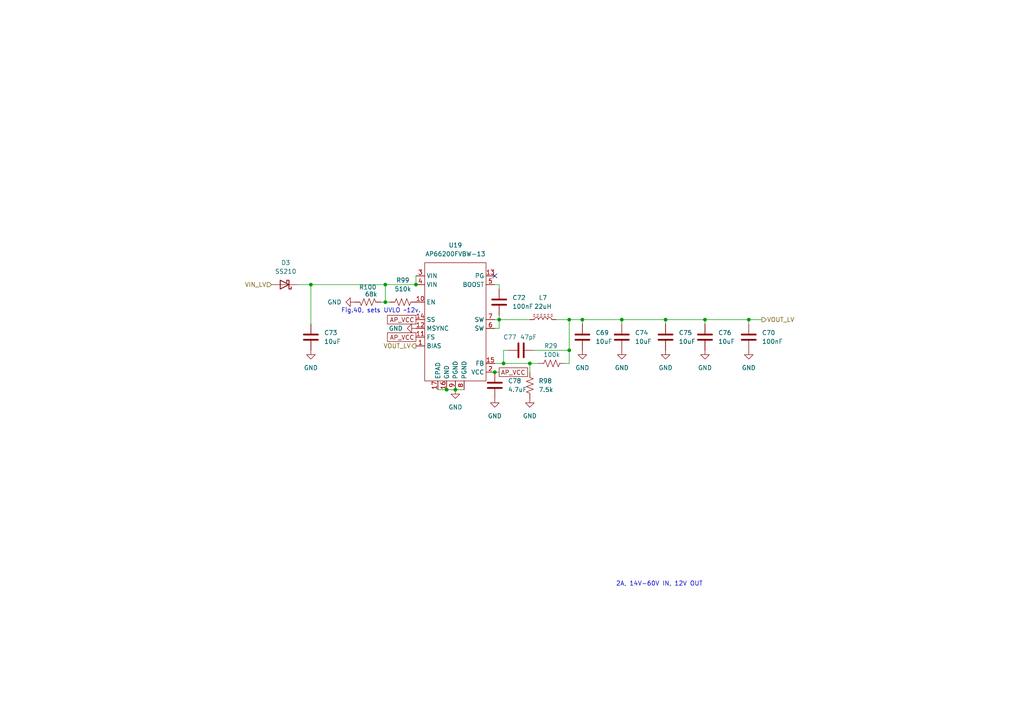
<source format=kicad_sch>
(kicad_sch (version 20231120) (generator "eeschema") (generator_version "8.0")
  (paper "A4")
  (lib_symbols
    (symbol "Device:C" (pin_numbers hide) (pin_names (offset 0.254))
      (property "Reference" "C" (at 0.635 2.54 0))
      (property "Value" "C" (at 0.635 -2.54 0))
      (symbol "C_0_1"
        (polyline (pts (xy -2.032 -0.762) (xy 2.032 -0.762)) (stroke (width 0.508)))
        (polyline (pts (xy -2.032 0.762) (xy 2.032 0.762)) (stroke (width 0.508)))
      )
      (symbol "C_1_1"
        (pin passive line (at 0 3.81 270) (length 2.794) (name "~") (number "1"))
        (pin passive line (at 0 -3.81 90) (length 2.794) (name "~") (number "2"))
      )
    )
    (symbol "Device:D_Schottky" (pin_numbers hide) (pin_names (offset 1.016) hide)
      (property "Reference" "D" (at 0 2.54 0))
      (property "Value" "D_Schottky" (at 0 -2.54 0))
      (symbol "D_Schottky_0_1"
        (polyline (pts (xy 1.27 0) (xy -1.27 0)))
        (polyline (pts (xy 1.27 1.27) (xy 1.27 -1.27) (xy -1.27 0) (xy 1.27 1.27)) (stroke (width 0.254)))
        (polyline (pts (xy -1.905 0.635) (xy -1.905 1.27) (xy -1.27 1.27) (xy -1.27 -1.27) (xy -0.635 -1.27) (xy -0.635 -0.635)) (stroke (width 0.254)))
      )
      (symbol "D_Schottky_1_1"
        (pin passive line (at -3.81 0 0) (length 2.54) (name "K") (number "1"))
        (pin passive line (at 3.81 0 180) (length 2.54) (name "A") (number "2"))
      )
    )
    (symbol "Device:L_Ferrite" (pin_numbers hide) (pin_names (offset 1.016) hide)
      (property "Reference" "L" (at -1.27 0 90))
      (property "Value" "L_Ferrite" (at 2.794 0 90))
      (symbol "L_Ferrite_0_1"
        (arc (start 0 -2.54) (mid 0.6323 -1.905) (end 0 -1.27))
        (arc (start 0 -1.27) (mid 0.6323 -0.635) (end 0 0))
        (polyline (pts (xy 1.016 -2.794) (xy 1.016 -2.286)))
        (polyline (pts (xy 1.016 -1.778) (xy 1.016 -1.27)))
        (polyline (pts (xy 1.016 -0.762) (xy 1.016 -0.254)))
        (polyline (pts (xy 1.016 0.254) (xy 1.016 0.762)))
        (polyline (pts (xy 1.016 1.27) (xy 1.016 1.778)))
        (polyline (pts (xy 1.016 2.286) (xy 1.016 2.794)))
        (polyline (pts (xy 1.524 -2.286) (xy 1.524 -2.794)))
        (polyline (pts (xy 1.524 -1.27) (xy 1.524 -1.778)))
        (polyline (pts (xy 1.524 -0.254) (xy 1.524 -0.762)))
        (polyline (pts (xy 1.524 0.762) (xy 1.524 0.254)))
        (polyline (pts (xy 1.524 1.778) (xy 1.524 1.27)))
        (polyline (pts (xy 1.524 2.794) (xy 1.524 2.286)))
        (arc (start 0 0) (mid 0.6323 0.635) (end 0 1.27))
        (arc (start 0 1.27) (mid 0.6323 1.905) (end 0 2.54))
      )
      (symbol "L_Ferrite_1_1"
        (pin passive line (at 0 3.81 270) (length 1.27) (name "1") (number "1"))
        (pin passive line (at 0 -3.81 90) (length 1.27) (name "2") (number "2"))
      )
    )
    (symbol "Device:R_US" (pin_numbers hide) (pin_names (offset 0))
      (property "Reference" "R" (at 2.54 0 90))
      (property "Value" "R_US" (at -2.54 0 90))
      (symbol "R_US_0_1"
        (polyline (pts (xy 0 -2.286) (xy 0 -2.54)))
        (polyline (pts (xy 0 2.286) (xy 0 2.54)))
        (polyline (pts (xy 0 -0.762) (xy 1.016 -1.143) (xy 0 -1.524) (xy -1.016 -1.905) (xy 0 -2.286)))
        (polyline (pts (xy 0 0.762) (xy 1.016 0.381) (xy 0 0) (xy -1.016 -0.381) (xy 0 -0.762)))
        (polyline (pts (xy 0 2.286) (xy 1.016 1.905) (xy 0 1.524) (xy -1.016 1.143) (xy 0 0.762)))
      )
      (symbol "R_US_1_1"
        (pin passive line (at 0 3.81 270) (length 1.27) (name "~") (number "1"))
        (pin passive line (at 0 -3.81 90) (length 1.27) (name "~") (number "2"))
      )
    )
    (symbol "ap66200:AP66200FVBW"
      (property "Reference" "U?" (at -7.62 17.78 0))
      (property "Value" "AP66200FVBW-13" (at 4.318 17.526 0))
      (symbol "AP66200FVBW_0_1"
        (rectangle (start -8.89 16.51) (end 8.89 -17.78))
      )
      (symbol "AP66200FVBW_1_1"
        (pin power_in line (at -11.43 -7.62 0) (length 2.54) (name "BIAS") (number "1"))
        (pin input line (at -11.43 5.08 0) (length 2.54) (name "EN") (number "10"))
        (pin input line (at -11.43 -5.08 0) (length 2.54) (name "FS") (number "11"))
        (pin input line (at -11.43 -2.54 0) (length 2.54) (name "MSYNC") (number "12"))
        (pin open_collector line (at 11.43 12.7 180) (length 2.54) (name "PG") (number "13"))
        (pin passive line (at -11.43 0 0) (length 2.54) (name "SS") (number "14"))
        (pin input line (at 11.43 -12.7 180) (length 2.54) (name "FB") (number "15"))
        (pin passive line (at -2.54 -20.32 90) (length 2.54) (name "GND") (number "16"))
        (pin passive line (at -5.08 -20.32 90) (length 2.54) (name "EPAD") (number "17"))
        (pin power_in line (at 11.43 -15.24 180) (length 2.54) (name "VCC") (number "2"))
        (pin power_in line (at -11.43 12.7 0) (length 2.54) (name "VIN") (number "3"))
        (pin power_in line (at -11.43 10.16 0) (length 2.54) (name "VIN") (number "4"))
        (pin power_out line (at 11.43 10.16 180) (length 2.54) (name "BOOST") (number "5"))
        (pin output line (at 11.43 -2.54 180) (length 2.54) (name "SW") (number "6"))
        (pin output line (at 11.43 0 180) (length 2.54) (name "SW") (number "7"))
        (pin passive line (at 2.54 -20.32 90) (length 2.54) (name "PGND") (number "8"))
        (pin passive line (at 0 -20.32 90) (length 2.54) (name "PGND") (number "9"))
      )
    )
    (symbol "power:GND" (power) (pin_names (offset 0))
      (property "Value" "GND" (at 0 -3.81 0))
      (symbol "GND_0_1"
        (polyline (pts (xy 0 0) (xy 0 -1.27) (xy 1.27 -1.27) (xy 0 -2.54) (xy -1.27 -1.27) (xy 0 -1.27)))
      )
      (symbol "GND_1_1"
        (pin power_in line (at 0 0 270) (length 0) hide (name "GND") (number "1"))
      )
    )
  )
  (junction (at 217.17 92.71))
  (junction (at 120.65 82.55))
  (junction (at 193.04 92.71))
  (junction (at 165.1 101.6))
  (junction (at 146.05 105.41))
  (junction (at 153.67 105.41))
  (junction (at 180.34 92.71))
  (junction (at 111.76 87.63))
  (junction (at 111.76 82.55))
  (junction (at 204.47 92.71))
  (junction (at 132.08 113.03))
  (junction (at 129.54 113.03))
  (junction (at 143.51 107.95))
  (junction (at 168.91 92.71))
  (junction (at 165.1 92.71))
  (junction (at 144.78 92.71))
  (junction (at 90.17 82.55))
  (no_connect (at 143.51 80.01))
  (wire (pts (xy 168.91 92.71) (xy 180.34 92.71)))
  (wire (pts (xy 111.76 87.63) (xy 113.03 87.63)))
  (wire (pts (xy 168.91 92.71) (xy 165.1 92.71)))
  (wire (pts (xy 144.78 91.44) (xy 144.78 92.71)))
  (wire (pts (xy 193.04 93.98) (xy 193.04 92.71)))
  (wire (pts (xy 120.65 80.01) (xy 120.65 82.55)))
  (wire (pts (xy 204.47 92.71) (xy 217.17 92.71)))
  (wire (pts (xy 161.29 92.71) (xy 165.1 92.71)))
  (wire (pts (xy 144.78 95.25) (xy 144.78 92.71)))
  (wire (pts (xy 153.67 105.41) (xy 156.21 105.41)))
  (wire (pts (xy 217.17 92.71) (xy 217.17 93.98)))
  (wire (pts (xy 143.51 105.41) (xy 146.05 105.41)))
  (wire (pts (xy 204.47 93.98) (xy 204.47 92.71)))
  (wire (pts (xy 110.49 87.63) (xy 111.76 87.63)))
  (wire (pts (xy 217.17 92.71) (xy 220.98 92.71)))
  (wire (pts (xy 127 113.03) (xy 129.54 113.03)))
  (wire (pts (xy 147.32 101.6) (xy 146.05 101.6)))
  (wire (pts (xy 144.78 92.71) (xy 153.67 92.71)))
  (wire (pts (xy 90.17 82.55) (xy 111.76 82.55)))
  (wire (pts (xy 143.51 95.25) (xy 144.78 95.25)))
  (wire (pts (xy 193.04 92.71) (xy 204.47 92.71)))
  (wire (pts (xy 144.78 82.55) (xy 143.51 82.55)))
  (wire (pts (xy 180.34 92.71) (xy 180.34 93.98)))
  (wire (pts (xy 90.17 82.55) (xy 90.17 93.98)))
  (wire (pts (xy 153.67 105.41) (xy 153.67 107.95)))
  (wire (pts (xy 120.65 82.55) (xy 111.76 82.55)))
  (wire (pts (xy 165.1 92.71) (xy 165.1 101.6)))
  (wire (pts (xy 168.91 93.98) (xy 168.91 92.71)))
  (wire (pts (xy 132.08 113.03) (xy 134.62 113.03)))
  (wire (pts (xy 111.76 82.55) (xy 111.76 87.63)))
  (wire (pts (xy 193.04 92.71) (xy 180.34 92.71)))
  (wire (pts (xy 129.54 113.03) (xy 132.08 113.03)))
  (wire (pts (xy 165.1 105.41) (xy 163.83 105.41)))
  (wire (pts (xy 144.78 92.71) (xy 143.51 92.71)))
  (wire (pts (xy 146.05 105.41) (xy 153.67 105.41)))
  (wire (pts (xy 146.05 101.6) (xy 146.05 105.41)))
  (wire (pts (xy 144.78 83.82) (xy 144.78 82.55)))
  (wire (pts (xy 86.36 82.55) (xy 90.17 82.55)))
  (wire (pts (xy 143.51 107.95) (xy 144.78 107.95)))
  (wire (pts (xy 154.94 101.6) (xy 165.1 101.6)))
  (wire (pts (xy 165.1 101.6) (xy 165.1 105.41)))
  (text "2A, 14V-60V IN, 12V OUT" (at 191.262 169.418 0) (effects (font (size 1.27 1.27))))
  (text "Fig.40, sets UVLO ~12v." (at 110.49 90.17 0) (effects (font (size 1.27 1.27))))
  (global_label "AP_VCC" (shape passive) (at 120.65 92.71 180) (property "Intersheetrefs" "${INTERSHEET_REFS}" (effects (hide yes))))
  (global_label "AP_VCC" (shape passive) (at 120.65 97.79 180) (property "Intersheetrefs" "${INTERSHEET_REFS}" (effects (hide yes))))
  (global_label "AP_VCC" (shape passive) (at 144.78 107.95 0) (property "Intersheetrefs" "${INTERSHEET_REFS}" (effects (hide yes))))
  (hierarchical_label "VOUT_LV" (shape output) (at 220.98 92.71 0))
  (hierarchical_label "VOUT_LV" (shape output) (at 120.65 100.33 180))
  (hierarchical_label "VIN_LV" (shape input) (at 78.74 82.55 180))
  (symbol (lib_id "Device:C") (at 193.04 97.79 0) (unit 1)
    (property "Reference" "C75" (at 196.85 96.5199 0) (effects (justify left)))
    (property "Value" "10uF" (at 196.85 99.0599 0) (effects (justify left)))
    (property "Footprint" "Capacitor_SMD:C_0603_1608Metric" (effects (hide yes)))
    (property "Description" "Unpolarized capacitor" (effects (hide yes)))
    (property "Digikey" "N/A" (effects (hide yes)))
    (property "LCSC" "C96446" (effects (hide yes)))
  )
  (symbol (lib_id "power:GND") (at 120.65 95.25 270) (unit 1)
    (property "Reference" "#PWR049" (effects (hide yes)))
    (property "Value" "GND" (at 116.84 95.2499 90) (effects (justify right)))
    (property "Description" "Power symbol creates a global label with name \"GND\" , ground" (effects (hide yes)))
  )
  (symbol (lib_id "Device:C") (at 204.47 97.79 0) (unit 1)
    (property "Reference" "C76" (at 208.28 96.5199 0) (effects (justify left)))
    (property "Value" "10uF" (at 208.28 99.0599 0) (effects (justify left)))
    (property "Footprint" "Capacitor_SMD:C_0603_1608Metric" (effects (hide yes)))
    (property "Description" "Unpolarized capacitor" (effects (hide yes)))
    (property "Digikey" "N/A" (effects (hide yes)))
    (property "LCSC" "C96446" (effects (hide yes)))
  )
  (symbol (lib_id "Device:R_US") (at 160.02 105.41 90) (unit 1)
    (property "Reference" "R29" (at 159.766 100.33 90))
    (property "Value" "100k" (at 160.02 102.87 90))
    (property "Footprint" "Resistor_SMD:R_0603_1608Metric" (effects (hide yes)))
    (property "Description" "Resistor, US symbol" (effects (hide yes)))
    (property "LCSC" "C25803" (effects (hide yes)))
    (property "Digikey" "N/A" (effects (hide yes)))
  )
  (symbol (lib_id "Device:D_Schottky") (at 82.55 82.55 180) (unit 1)
    (property "Reference" "D3" (at 82.8675 76.2 0))
    (property "Value" "SS210" (at 82.8675 78.74 0))
    (property "Footprint" "Diode_SMD:D_SMA" (effects (hide yes)))
    (property "Description" "Schottky diode" (effects (hide yes)))
    (property "LCSC" "C14996" (effects (hide yes)))
    (property "Digikey" "N/A" (effects (hide yes)))
  )
  (symbol (lib_id "Device:C") (at 180.34 97.79 0) (unit 1)
    (property "Reference" "C74" (at 184.15 96.5199 0) (effects (justify left)))
    (property "Value" "10uF" (at 184.15 99.0599 0) (effects (justify left)))
    (property "Footprint" "Capacitor_SMD:C_0603_1608Metric" (effects (hide yes)))
    (property "Description" "Unpolarized capacitor" (effects (hide yes)))
    (property "Digikey" "N/A" (effects (hide yes)))
    (property "LCSC" "C96446" (effects (hide yes)))
  )
  (symbol (lib_id "Device:C") (at 217.17 97.79 0) (unit 1)
    (property "Reference" "C70" (at 220.98 96.5199 0) (effects (justify left)))
    (property "Value" "100nF" (at 220.98 99.0599 0) (effects (justify left)))
    (property "Footprint" "Capacitor_SMD:C_0603_1608Metric" (effects (hide yes)))
    (property "Description" "Unpolarized capacitor" (effects (hide yes)))
    (property "LCSC" "C14663" (effects (hide yes)))
    (property "Digikey" "N/A" (effects (hide yes)))
  )
  (symbol (lib_id "Device:L_Ferrite") (at 157.48 92.71 90) (unit 1)
    (property "Reference" "L7" (at 157.48 86.36 90))
    (property "Value" "22uH" (at 157.48 88.9 90))
    (property "Footprint" "Inductors:TYS5020220M" (effects (hide yes)))
    (property "Description" "Inductor with ferrite core" (effects (hide yes)))
    (property "Digikey" "240-2706-1-ND" (effects (hide yes)))
    (property "LCSC" "N/A" (effects (hide yes)))
  )
  (symbol (lib_id "power:GND") (at 153.67 115.57 0) (unit 1)
    (property "Reference" "#PWR06" (effects (hide yes)))
    (property "Value" "GND" (at 153.67 120.65 0))
    (property "Description" "Power symbol creates a global label with name \"GND\" , ground" (effects (hide yes)))
  )
  (symbol (lib_id "power:GND") (at 217.17 101.6 0) (unit 1)
    (property "Reference" "#PWR0191" (effects (hide yes)))
    (property "Value" "GND" (at 217.17 106.68 0))
    (property "Description" "Power symbol creates a global label with name \"GND\" , ground" (effects (hide yes)))
  )
  (symbol (lib_id "Device:C") (at 151.13 101.6 90) (unit 1)
    (property "Reference" "C77" (at 149.8599 97.79 90) (effects (justify left)))
    (property "Value" "47pF" (at 155.702 97.79 90) (effects (justify left)))
    (property "Footprint" "Capacitor_SMD:C_0603_1608Metric" (effects (hide yes)))
    (property "Description" "Unpolarized capacitor" (effects (hide yes)))
    (property "LCSC" "C1671" (effects (hide yes)))
    (property "Digikey" "N/A" (effects (hide yes)))
  )
  (symbol (lib_id "Device:C") (at 168.91 97.79 0) (unit 1)
    (property "Reference" "C69" (at 172.72 96.5199 0) (effects (justify left)))
    (property "Value" "10uF" (at 172.72 99.0599 0) (effects (justify left)))
    (property "Footprint" "Capacitor_SMD:C_0603_1608Metric" (effects (hide yes)))
    (property "Description" "Unpolarized capacitor" (effects (hide yes)))
    (property "Digikey" "N/A" (effects (hide yes)))
    (property "LCSC" "C96446" (effects (hide yes)))
  )
  (symbol (lib_id "Device:R_US") (at 153.67 111.76 0) (unit 1)
    (property "Reference" "R98" (at 156.21 110.4899 0) (effects (justify left)))
    (property "Value" "7.5k" (at 156.21 113.0299 0) (effects (justify left)))
    (property "Footprint" "Resistor_SMD:R_0603_1608Metric" (effects (hide yes)))
    (property "Description" "Resistor, US symbol" (effects (hide yes)))
    (property "LCSC" "C23234" (effects (hide yes)))
    (property "Digikey" "N/A" (effects (hide yes)))
  )
  (symbol (lib_id "ap66200:AP66200FVBW") (at 132.08 92.71 0) (unit 1)
    (property "Reference" "U19" (at 132.08 71.12 0))
    (property "Value" "AP66200FVBW-13" (at 132.08 73.66 0))
    (property "Footprint" "Package_DFN_QFN:QFN-16-1EP_4x4mm_P0.65mm_EP2.5x2.5mm" (effects (hide yes)))
    (property "Datasheet" "https://www.diodes.com/assets/Datasheets/AP66200.pdf" (effects (hide yes)))
    (property "Digikey" "31-AP66200FVBW-13CT-ND" (effects (hide yes)))
    (property "LCSC" "N/A" (effects (hide yes)))
  )
  (symbol (lib_id "Device:C") (at 143.51 111.76 0) (unit 1)
    (property "Reference" "C78" (at 147.32 110.4899 0) (effects (justify left)))
    (property "Value" "4.7uF" (at 147.32 113.0299 0) (effects (justify left)))
    (property "Footprint" "Capacitor_SMD:C_0603_1608Metric" (effects (hide yes)))
    (property "Description" "Unpolarized capacitor" (effects (hide yes)))
    (property "Digikey" "N/A" (effects (hide yes)))
    (property "LCSC" "C19666" (effects (hide yes)))
  )
  (symbol (lib_id "power:GND") (at 180.34 101.6 0) (unit 1)
    (property "Reference" "#PWR0158" (effects (hide yes)))
    (property "Value" "GND" (at 180.34 106.68 0))
    (property "Description" "Power symbol creates a global label with name \"GND\" , ground" (effects (hide yes)))
  )
  (symbol (lib_id "power:GND") (at 204.47 101.6 0) (unit 1)
    (property "Reference" "#PWR0190" (effects (hide yes)))
    (property "Value" "GND" (at 204.47 106.68 0))
    (property "Description" "Power symbol creates a global label with name \"GND\" , ground" (effects (hide yes)))
  )
  (symbol (lib_id "Device:R_US") (at 106.68 87.63 270) (mirror x) (unit 1)
    (property "Reference" "R100" (at 109.22 83.312 90) (effects (justify right)))
    (property "Value" "68k" (at 109.474 85.344 90) (effects (justify right)))
    (property "Footprint" "Resistor_SMD:R_0603_1608Metric" (effects (hide yes)))
    (property "Description" "Resistor, US symbol" (effects (hide yes)))
    (property "LCSC" "C23231" (effects (hide yes)))
    (property "Digikey" "N/A" (effects (hide yes)))
  )
  (symbol (lib_id "power:GND") (at 143.51 115.57 0) (unit 1)
    (property "Reference" "#PWR02" (effects (hide yes)))
    (property "Value" "GND" (at 143.51 120.65 0))
    (property "Description" "Power symbol creates a global label with name \"GND\" , ground" (effects (hide yes)))
  )
  (symbol (lib_id "Device:R_US") (at 116.84 87.63 90) (unit 1)
    (property "Reference" "R99" (at 116.84 81.28 90))
    (property "Value" "510k" (at 116.84 83.82 90))
    (property "Footprint" "Resistor_SMD:R_0603_1608Metric" (effects (hide yes)))
    (property "Description" "Resistor, US symbol" (effects (hide yes)))
    (property "LCSC" "C23192" (effects (hide yes)))
    (property "Digikey" "N/A" (effects (hide yes)))
  )
  (symbol (lib_id "Device:C") (at 90.17 97.79 0) (unit 1)
    (property "Reference" "C73" (at 93.98 96.5199 0) (effects (justify left)))
    (property "Value" "10uF" (at 93.98 99.0599 0) (effects (justify left)))
    (property "Footprint" "Capacitor_SMD:C_0603_1608Metric" (effects (hide yes)))
    (property "Description" "Unpolarized capacitor" (effects (hide yes)))
    (property "Digikey" "N/A" (effects (hide yes)))
    (property "LCSC" "C96446" (effects (hide yes)))
  )
  (symbol (lib_id "power:GND") (at 102.87 87.63 270) (unit 1)
    (property "Reference" "#PWR07" (effects (hide yes)))
    (property "Value" "GND" (at 99.06 87.6299 90) (effects (justify right)))
    (property "Description" "Power symbol creates a global label with name \"GND\" , ground" (effects (hide yes)))
  )
  (symbol (lib_id "Device:C") (at 144.78 87.63 0) (unit 1)
    (property "Reference" "C72" (at 148.59 86.3599 0) (effects (justify left)))
    (property "Value" "100nF" (at 148.59 88.8999 0) (effects (justify left)))
    (property "Footprint" "Capacitor_SMD:C_0603_1608Metric" (effects (hide yes)))
    (property "Description" "Unpolarized capacitor" (effects (hide yes)))
    (property "LCSC" "C14663" (effects (hide yes)))
    (property "Digikey" "N/A" (effects (hide yes)))
  )
  (symbol (lib_id "power:GND") (at 193.04 101.6 0) (unit 1)
    (property "Reference" "#PWR0159" (effects (hide yes)))
    (property "Value" "GND" (at 193.04 106.68 0))
    (property "Description" "Power symbol creates a global label with name \"GND\" , ground" (effects (hide yes)))
  )
  (symbol (lib_id "power:GND") (at 168.91 101.6 0) (unit 1)
    (property "Reference" "#PWR08" (effects (hide yes)))
    (property "Value" "GND" (at 168.91 106.68 0))
    (property "Description" "Power symbol creates a global label with name \"GND\" , ground" (effects (hide yes)))
  )
  (symbol (lib_id "power:GND") (at 132.08 113.03 0) (unit 1)
    (property "Reference" "#PWR01" (effects (hide yes)))
    (property "Value" "GND" (at 132.08 118.11 0))
    (property "Description" "Power symbol creates a global label with name \"GND\" , ground" (effects (hide yes)))
  )
  (symbol (lib_id "power:GND") (at 90.17 101.6 0) (unit 1)
    (property "Reference" "#PWR09" (effects (hide yes)))
    (property "Value" "GND" (at 90.17 106.68 0))
    (property "Description" "Power symbol creates a global label with name \"GND\" , ground" (effects (hide yes)))
  )
)
</source>
